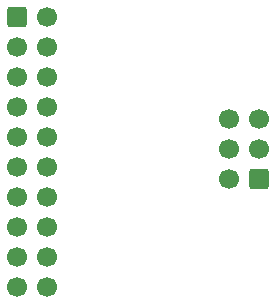
<source format=gbr>
%TF.GenerationSoftware,KiCad,Pcbnew,(6.0.0-0)*%
%TF.CreationDate,2022-03-26T15:15:51+01:00*%
%TF.ProjectId,ARM20CTX,41524d32-3043-4545-982e-6b696361645f,rev?*%
%TF.SameCoordinates,Original*%
%TF.FileFunction,Soldermask,Bot*%
%TF.FilePolarity,Negative*%
%FSLAX46Y46*%
G04 Gerber Fmt 4.6, Leading zero omitted, Abs format (unit mm)*
G04 Created by KiCad (PCBNEW (6.0.0-0)) date 2022-03-26 15:15:51*
%MOMM*%
%LPD*%
G01*
G04 APERTURE LIST*
G04 Aperture macros list*
%AMRoundRect*
0 Rectangle with rounded corners*
0 $1 Rounding radius*
0 $2 $3 $4 $5 $6 $7 $8 $9 X,Y pos of 4 corners*
0 Add a 4 corners polygon primitive as box body*
4,1,4,$2,$3,$4,$5,$6,$7,$8,$9,$2,$3,0*
0 Add four circle primitives for the rounded corners*
1,1,$1+$1,$2,$3*
1,1,$1+$1,$4,$5*
1,1,$1+$1,$6,$7*
1,1,$1+$1,$8,$9*
0 Add four rect primitives between the rounded corners*
20,1,$1+$1,$2,$3,$4,$5,0*
20,1,$1+$1,$4,$5,$6,$7,0*
20,1,$1+$1,$6,$7,$8,$9,0*
20,1,$1+$1,$8,$9,$2,$3,0*%
G04 Aperture macros list end*
%ADD10C,1.700000*%
%ADD11RoundRect,0.250000X-0.600000X-0.600000X0.600000X-0.600000X0.600000X0.600000X-0.600000X0.600000X0*%
%ADD12RoundRect,0.250000X0.600000X0.600000X-0.600000X0.600000X-0.600000X-0.600000X0.600000X-0.600000X0*%
G04 APERTURE END LIST*
D10*
%TO.C,J1*%
X126746001Y-92913200D03*
X126746001Y-90373200D03*
X126746001Y-87833200D03*
X126746001Y-85293200D03*
X126746001Y-82753200D03*
X126746001Y-80213200D03*
X126746001Y-77673200D03*
X126746001Y-75133200D03*
X126746001Y-72593200D03*
X126746001Y-70053200D03*
X124206001Y-92913200D03*
X124206001Y-90373200D03*
X124206001Y-87833200D03*
X124206001Y-85293200D03*
X124206001Y-82753200D03*
X124206001Y-80213200D03*
X124206001Y-77673200D03*
X124206001Y-75133200D03*
X124206001Y-72593200D03*
D11*
X124206001Y-70053200D03*
%TD*%
D12*
%TO.C,J2*%
X144696400Y-83820000D03*
D10*
X142156400Y-83820000D03*
X144696400Y-81280000D03*
X142156400Y-81280000D03*
X144696400Y-78740000D03*
X142156400Y-78740000D03*
%TD*%
M02*

</source>
